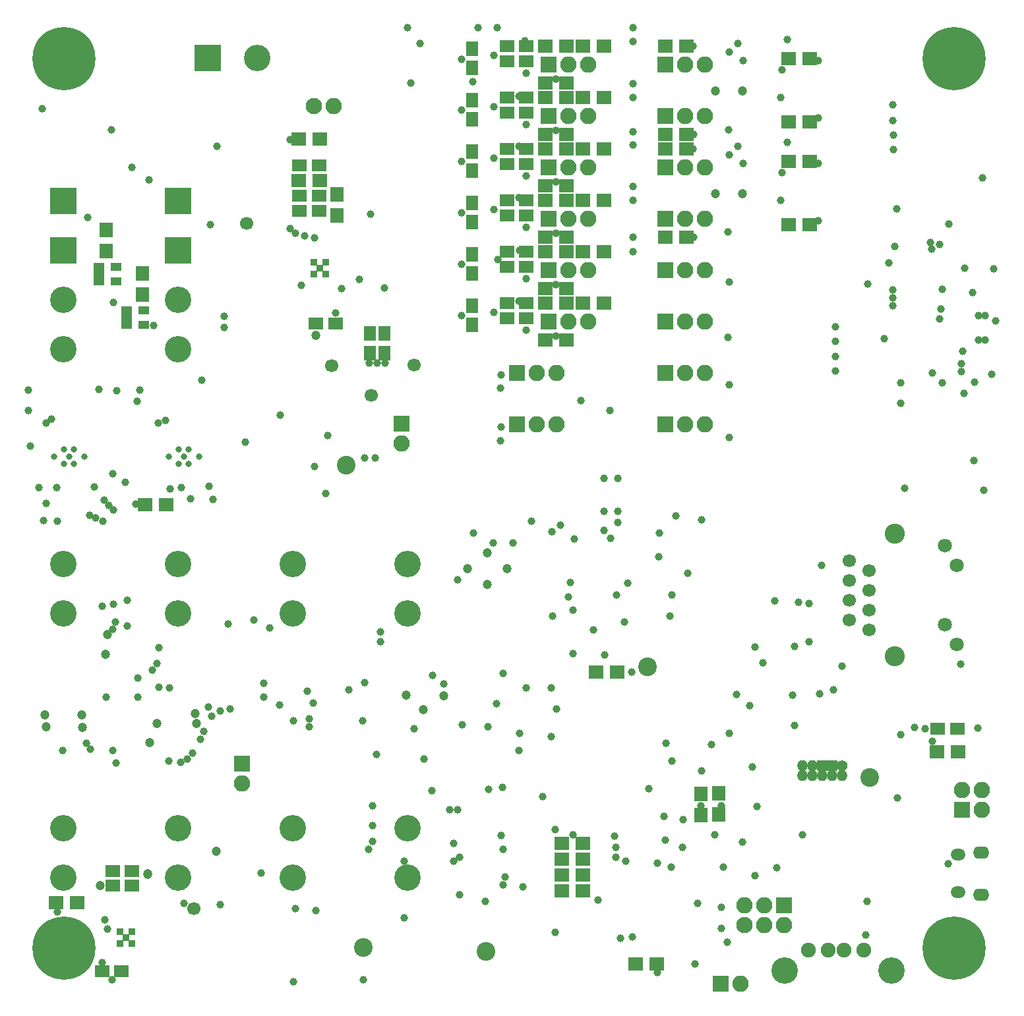
<source format=gbs>
G04 #@! TF.FileFunction,Soldermask,Bot*
%FSLAX46Y46*%
G04 Gerber Fmt 4.6, Leading zero omitted, Abs format (unit mm)*
G04 Created by KiCad (PCBNEW 4.0.7) date 07/20/18 20:43:08*
%MOMM*%
%LPD*%
G01*
G04 APERTURE LIST*
%ADD10C,0.100000*%
%ADD11C,3.400000*%
%ADD12R,2.100000X2.100000*%
%ADD13O,2.100000X2.100000*%
%ADD14R,1.900000X1.700000*%
%ADD15R,1.650000X1.900000*%
%ADD16R,1.900000X1.650000*%
%ADD17C,2.100000*%
%ADD18O,1.900000X1.500000*%
%ADD19O,2.100000X1.600000*%
%ADD20R,1.700000X1.900000*%
%ADD21R,0.900000X0.900000*%
%ADD22C,1.400000*%
%ADD23O,1.400000X1.400000*%
%ADD24R,1.400000X1.400000*%
%ADD25C,8.100000*%
%ADD26C,1.100000*%
%ADD27R,3.400000X3.400000*%
%ADD28C,0.800000*%
%ADD29C,1.700000*%
%ADD30C,2.584400*%
%ADD31C,1.808000*%
%ADD32C,1.901140*%
%ADD33C,3.399740*%
%ADD34R,1.460000X1.050000*%
%ADD35C,2.400000*%
%ADD36C,1.000000*%
%ADD37C,1.200000*%
G04 APERTURE END LIST*
D10*
D11*
X35770000Y-71325000D03*
X35770000Y-77675000D03*
X35770000Y-105295000D03*
X35770000Y-111645000D03*
D12*
X90683080Y-125227080D03*
D13*
X93223080Y-125227080D03*
D11*
X21040000Y-105295000D03*
X21040000Y-111645000D03*
D14*
X86250000Y-29300000D03*
X83550000Y-29300000D03*
X86250000Y-18000000D03*
X83550000Y-18000000D03*
X102150000Y-27700000D03*
X99450000Y-27700000D03*
X102150000Y-19600000D03*
X99450000Y-19600000D03*
D12*
X83560000Y-26950000D03*
D13*
X86100000Y-26950000D03*
X88640000Y-26950000D03*
D12*
X83560000Y-20350000D03*
D13*
X86100000Y-20350000D03*
X88640000Y-20350000D03*
D15*
X58770000Y-38090000D03*
X58770000Y-40590000D03*
X58770000Y-31490000D03*
X58770000Y-33990000D03*
X58770000Y-24890000D03*
X58770000Y-27390000D03*
X58770000Y-18290000D03*
X58770000Y-20790000D03*
D16*
X65720000Y-39740000D03*
X63220000Y-39740000D03*
X65720000Y-33140000D03*
X63220000Y-33140000D03*
X65720000Y-26540000D03*
X63220000Y-26540000D03*
X65720000Y-19940000D03*
X63220000Y-19940000D03*
X63220000Y-37800000D03*
X65720000Y-37800000D03*
X63220000Y-31200000D03*
X65720000Y-31200000D03*
X63220000Y-24600000D03*
X65720000Y-24600000D03*
X63220000Y-18000000D03*
X65720000Y-18000000D03*
D14*
X68140000Y-37800000D03*
X70840000Y-37800000D03*
X68140000Y-31200000D03*
X70840000Y-31200000D03*
X68140000Y-24600000D03*
X70840000Y-24600000D03*
X68140000Y-18000000D03*
X70840000Y-18000000D03*
X75690000Y-37800000D03*
X72990000Y-37800000D03*
X75690000Y-31200000D03*
X72990000Y-31200000D03*
X75690000Y-24600000D03*
X72990000Y-24600000D03*
X75690000Y-18000000D03*
X72990000Y-18000000D03*
X68140000Y-42500000D03*
X70840000Y-42500000D03*
X68140000Y-35900000D03*
X70840000Y-35900000D03*
X68140000Y-29300000D03*
X70840000Y-29300000D03*
X68140000Y-22700000D03*
X70840000Y-22700000D03*
D12*
X68590000Y-40150000D03*
D13*
X71130000Y-40150000D03*
X73670000Y-40150000D03*
D12*
X68590000Y-33550000D03*
D13*
X71130000Y-33550000D03*
X73670000Y-33550000D03*
D12*
X68590000Y-26950000D03*
D13*
X71130000Y-26950000D03*
X73670000Y-26950000D03*
D12*
X68590000Y-20350000D03*
D13*
X71130000Y-20350000D03*
X73670000Y-20350000D03*
D14*
X68140000Y-16100000D03*
X70840000Y-16100000D03*
D16*
X63220000Y-11400000D03*
X65720000Y-11400000D03*
X65720000Y-13340000D03*
X63220000Y-13340000D03*
D15*
X58770000Y-11690000D03*
X58770000Y-14190000D03*
D14*
X75690000Y-11400000D03*
X72990000Y-11400000D03*
X68140000Y-11400000D03*
X70840000Y-11400000D03*
D12*
X68590000Y-13750000D03*
D13*
X71130000Y-13750000D03*
X73670000Y-13750000D03*
D16*
X39100000Y-20100000D03*
X36600000Y-20100000D03*
X39100000Y-25950000D03*
X36600000Y-25950000D03*
X39100000Y-24000000D03*
X36600000Y-24000000D03*
X38725000Y-40375000D03*
X41225000Y-40375000D03*
D15*
X45602776Y-44207268D03*
X45602776Y-41707268D03*
X47502776Y-44207268D03*
X47502776Y-41707268D03*
D16*
X15118580Y-112625060D03*
X12618580Y-112625060D03*
X15118580Y-110725060D03*
X12618580Y-110725060D03*
X13750000Y-123650000D03*
X11250000Y-123650000D03*
X63220000Y-4800000D03*
X65720000Y-4800000D03*
X65720000Y-6740000D03*
X63220000Y-6740000D03*
D15*
X58770000Y-5090000D03*
X58770000Y-7590000D03*
D16*
X118550000Y-92450000D03*
X121050000Y-92450000D03*
D17*
X38410000Y-12450000D03*
D13*
X40950000Y-12450000D03*
D17*
X93726000Y-117729000D03*
D13*
X93726000Y-115189000D03*
X96266000Y-117729000D03*
X96266000Y-115189000D03*
X98806000Y-117729000D03*
D12*
X98806000Y-115189000D03*
D18*
X121150000Y-113500000D03*
X121150000Y-108660000D03*
D19*
X124150000Y-113810000D03*
X124150000Y-108350000D03*
D14*
X39200000Y-22050000D03*
X36500000Y-22050000D03*
X39200000Y-16675000D03*
X36500000Y-16675000D03*
D20*
X41375000Y-26475000D03*
X41375000Y-23775000D03*
D14*
X8040360Y-114848640D03*
X5340360Y-114848640D03*
X77423000Y-85217000D03*
X74723000Y-85217000D03*
X102150000Y-6400000D03*
X99450000Y-6400000D03*
X102150000Y-14500000D03*
X99450000Y-14500000D03*
X75690000Y-4800000D03*
X72990000Y-4800000D03*
X68140000Y-4800000D03*
X70840000Y-4800000D03*
X68140000Y-9500000D03*
X70840000Y-9500000D03*
X16750000Y-63650000D03*
X19450000Y-63650000D03*
X82503000Y-122682000D03*
X79803000Y-122682000D03*
D20*
X16440000Y-34000000D03*
X16440000Y-36700000D03*
X11790000Y-28380000D03*
X11790000Y-31080000D03*
D14*
X118450000Y-95400000D03*
X121150000Y-95400000D03*
D21*
X39200000Y-33275000D03*
X38450000Y-34025000D03*
X39950000Y-34025000D03*
X39950000Y-32525000D03*
X38450000Y-32525000D03*
X14325600Y-119331740D03*
X13575600Y-120081740D03*
X15075600Y-120081740D03*
X15075600Y-118581740D03*
X13575600Y-118581740D03*
D22*
X106290000Y-97230000D03*
D23*
X106290000Y-98500000D03*
D24*
X105020000Y-97230000D03*
D23*
X105020000Y-98500000D03*
D24*
X103750000Y-97230000D03*
D23*
X103750000Y-98500000D03*
X102480000Y-97230000D03*
X102480000Y-98500000D03*
X101210000Y-97230000D03*
X101210000Y-98500000D03*
D25*
X120650000Y-120650000D03*
D26*
X117850000Y-120650000D03*
X122629890Y-122629890D03*
X120650000Y-123450000D03*
X118670110Y-122629890D03*
X123450000Y-120650000D03*
X118670110Y-118670110D03*
X120650000Y-117850000D03*
X122629890Y-118670110D03*
D25*
X6350000Y-120650000D03*
D26*
X3550000Y-120650000D03*
X8329890Y-122629890D03*
X6350000Y-123450000D03*
X4370110Y-122629890D03*
X9150000Y-120650000D03*
X4370110Y-118670110D03*
X6350000Y-117850000D03*
X8329890Y-118670110D03*
D25*
X120650000Y-6350000D03*
D26*
X117850000Y-6350000D03*
X122629890Y-8329890D03*
X120650000Y-9150000D03*
X118670110Y-8329890D03*
X123450000Y-6350000D03*
X118670110Y-4370110D03*
X120650000Y-3550000D03*
X122629890Y-4370110D03*
D25*
X6350000Y-6350000D03*
D26*
X3550000Y-6350000D03*
X8329890Y-8329890D03*
X6350000Y-9150000D03*
X4370110Y-8329890D03*
X9150000Y-6350000D03*
X4370110Y-4370110D03*
X6350000Y-3550000D03*
X8329890Y-4370110D03*
D14*
X86250000Y-4800000D03*
X83550000Y-4800000D03*
X86250000Y-16100000D03*
X83550000Y-16100000D03*
D11*
X6310000Y-37375000D03*
D27*
X6310000Y-31025000D03*
D11*
X6310000Y-43725000D03*
D27*
X6310000Y-24675000D03*
D11*
X21040000Y-37375000D03*
D27*
X21040000Y-31025000D03*
D11*
X21040000Y-43725000D03*
D27*
X21040000Y-24675000D03*
D11*
X21040000Y-71325000D03*
X21040000Y-77675000D03*
X50500000Y-71325000D03*
X50500000Y-77675000D03*
X6310000Y-71325000D03*
X6310000Y-77675000D03*
X31175000Y-6310000D03*
D27*
X24825000Y-6310000D03*
D11*
X50500000Y-105295000D03*
X50500000Y-111645000D03*
X6310000Y-105295000D03*
X6310000Y-111645000D03*
D28*
X21730000Y-57515000D03*
X23680000Y-57515000D03*
X19780000Y-57515000D03*
X22380000Y-58415000D03*
X21080000Y-58415000D03*
X22380000Y-56615000D03*
X21080000Y-56615000D03*
X7000000Y-57515000D03*
X8950000Y-57515000D03*
X5050000Y-57515000D03*
X7650000Y-58415000D03*
X6350000Y-58415000D03*
X7650000Y-56615000D03*
X6350000Y-56615000D03*
D12*
X83560000Y-7150000D03*
D13*
X86100000Y-7150000D03*
X88640000Y-7150000D03*
D12*
X83560000Y-13750000D03*
D13*
X86100000Y-13750000D03*
X88640000Y-13750000D03*
D12*
X64490000Y-46750000D03*
D13*
X67030000Y-46750000D03*
X69570000Y-46750000D03*
D12*
X64490000Y-53350000D03*
D13*
X67030000Y-53350000D03*
X69570000Y-53350000D03*
D12*
X68590000Y-7150000D03*
D13*
X71130000Y-7150000D03*
X73670000Y-7150000D03*
D12*
X83560000Y-33550000D03*
D13*
X86100000Y-33550000D03*
X88640000Y-33550000D03*
D12*
X83560000Y-40150000D03*
D13*
X86100000Y-40150000D03*
X88640000Y-40150000D03*
D12*
X83560000Y-46750000D03*
D13*
X86100000Y-46750000D03*
X88640000Y-46750000D03*
D12*
X83560000Y-53350000D03*
D13*
X86100000Y-53350000D03*
X88640000Y-53350000D03*
D29*
X107211910Y-70855790D03*
X109751910Y-72125790D03*
X107211910Y-73395790D03*
X109751910Y-74665791D03*
X107211910Y-75935791D03*
X109751910Y-77205790D03*
X107211910Y-78475790D03*
X109751910Y-79745790D03*
D30*
X113051910Y-83175790D03*
X113051910Y-67425790D03*
D31*
X119480500Y-68974530D03*
X121000500Y-81624530D03*
X119480000Y-79086380D03*
X121000000Y-71516380D03*
D20*
X90424000Y-103458000D03*
X90424000Y-100758000D03*
X88138000Y-103585000D03*
X88138000Y-100885000D03*
D12*
X121660000Y-102850000D03*
D13*
X121660000Y-100310000D03*
X124200000Y-102850000D03*
X124200000Y-100310000D03*
D12*
X49750000Y-53250000D03*
D13*
X49750000Y-55790000D03*
D12*
X29184600Y-96941640D03*
D13*
X29184600Y-99481640D03*
D32*
X101980140Y-120901880D03*
X104520140Y-120901880D03*
X106552140Y-120901880D03*
X109092140Y-120901880D03*
D33*
X98932140Y-123568880D03*
X112648140Y-123568880D03*
D34*
X10843080Y-34991080D03*
X10843080Y-34041080D03*
X10843080Y-33091080D03*
X13043080Y-33091080D03*
X13043080Y-34991080D03*
X14399080Y-40579080D03*
X14399080Y-39629080D03*
X14399080Y-38679080D03*
X16599080Y-38679080D03*
X16599080Y-40579080D03*
D35*
X42600880Y-58602880D03*
X44836080Y-120578880D03*
X81285080Y-84536280D03*
X60584080Y-121086880D03*
X109783880Y-98734880D03*
D14*
X72983080Y-107193080D03*
X70283080Y-107193080D03*
X72983080Y-109225080D03*
X70283080Y-109225080D03*
X72983080Y-113289080D03*
X70283080Y-113289080D03*
X72983080Y-111257080D03*
X70283080Y-111257080D03*
D36*
X100150000Y-81900000D03*
X62097920Y-32171640D03*
X109347000Y-118999000D03*
X109474000Y-114681000D03*
X111709200Y-42316400D03*
X118821200Y-39776400D03*
X45720000Y-26352500D03*
X112903000Y-18034000D03*
X112903000Y-16192500D03*
X112776000Y-14287500D03*
X112776000Y-12319000D03*
X88265000Y-65659000D03*
X52578000Y-96393000D03*
X91821000Y-93027500D03*
X81470500Y-100203000D03*
X83566000Y-106743500D03*
X77089000Y-106299000D03*
D37*
X8763000Y-92329000D03*
X4064000Y-92202000D03*
X3937000Y-90678000D03*
X8636000Y-90678000D03*
D36*
X15875000Y-88392000D03*
X123698000Y-92392500D03*
X115570000Y-92329000D03*
X119126000Y-48006000D03*
D37*
X18288000Y-91757500D03*
X17335500Y-94234000D03*
X23177500Y-90487500D03*
X23368000Y-91757500D03*
D36*
X113284000Y-25654000D03*
X74342000Y-79756000D03*
X91757500Y-55054500D03*
X91821000Y-48260000D03*
X91630500Y-42164000D03*
X91757500Y-35052000D03*
X121539000Y-84201000D03*
X105156000Y-87503000D03*
X123190000Y-58039000D03*
X113792000Y-50673000D03*
X113030000Y-30480000D03*
X90805000Y-118110000D03*
X95123000Y-111379000D03*
X82550000Y-109728000D03*
X3556000Y-12827000D03*
X77465000Y-66000000D03*
X75692000Y-64516000D03*
X75692000Y-60325000D03*
X75692000Y-67000000D03*
X77470000Y-60325000D03*
X77465000Y-64500000D03*
X119925000Y-109800000D03*
D29*
X23000000Y-115600000D03*
D36*
X69469000Y-105410000D03*
X93472000Y-107061000D03*
X88265000Y-97917000D03*
X84455000Y-96647000D03*
X83693000Y-94361000D03*
X105460800Y-46502320D03*
X105460800Y-44597320D03*
X105460800Y-42692320D03*
X105460800Y-40787320D03*
X86487000Y-72517000D03*
X84201000Y-77978000D03*
X84455000Y-75311000D03*
X65676780Y-87200740D03*
X78740000Y-73787000D03*
X71120000Y-75565000D03*
X71755000Y-77216000D03*
X69088000Y-77978000D03*
X71374000Y-73660000D03*
X77297280Y-75316080D03*
X50007520Y-116758720D03*
X44761960Y-124747280D03*
X13159740Y-49004220D03*
X2032000Y-56134000D03*
X40248840Y-54792880D03*
X38557200Y-58755280D03*
X74904600Y-114498120D03*
X62628780Y-99982020D03*
X60845700Y-100241100D03*
X61917580Y-89258140D03*
X60822840Y-92181680D03*
D37*
X52539900Y-90030300D03*
X55135780Y-88201500D03*
X50327560Y-88193880D03*
D36*
X55166260Y-86700360D03*
X53675280Y-85577680D03*
X62738000Y-85344000D03*
D37*
X63246000Y-71882000D03*
X60706000Y-73914000D03*
X60706000Y-69850000D03*
D36*
X64008000Y-68580000D03*
X61468000Y-68580000D03*
X58928000Y-67310000D03*
X69004180Y-67119500D03*
X56875680Y-73319640D03*
X44980860Y-86586060D03*
X16060420Y-48978820D03*
X24033480Y-47701200D03*
X29603700Y-55618380D03*
X18506440Y-53195220D03*
X1778000Y-48966120D03*
X4091940Y-53213000D03*
X10835640Y-48905160D03*
X3766820Y-65758060D03*
X5514340Y-65836800D03*
X20030440Y-61625480D03*
X11805920Y-88412320D03*
X36068000Y-115570000D03*
X35814000Y-124968000D03*
X31668720Y-111023400D03*
X26408380Y-115051840D03*
X11300460Y-122527060D03*
X5509260Y-116037360D03*
X123291600Y-47955200D03*
X125500000Y-46900000D03*
X126000000Y-40050000D03*
X125750000Y-33400000D03*
X6150000Y-95300000D03*
X25000000Y-61350000D03*
X10250000Y-61400000D03*
X5400000Y-61450000D03*
X3150000Y-61500000D03*
X12650000Y-59700000D03*
X84900000Y-65100000D03*
X82700000Y-70400000D03*
X76565000Y-68000000D03*
X50900000Y-9500000D03*
X52100000Y-4400000D03*
X50500000Y-2400000D03*
X62400000Y-55500000D03*
X62500000Y-53700000D03*
X62400000Y-48700000D03*
X62500000Y-47000000D03*
X93600000Y-19800000D03*
X98400000Y-24600000D03*
X98600000Y-21000000D03*
X98400000Y-11400000D03*
X98600000Y-7800000D03*
X93600000Y-6600000D03*
X61600000Y-38950000D03*
X61600000Y-25750000D03*
X61600000Y-19150000D03*
X61600000Y-12550000D03*
X61600000Y-5950000D03*
X44255000Y-34725000D03*
X47480000Y-35850000D03*
D37*
X58166000Y-71882000D03*
D36*
X15557500Y-63627000D03*
D29*
X29825000Y-27550000D03*
D36*
X90805000Y-102362000D03*
X88138000Y-102362000D03*
X82550000Y-123825000D03*
X40005000Y-62230000D03*
X42926000Y-87503000D03*
X91059000Y-110236000D03*
X71755000Y-106108500D03*
X101219000Y-106108500D03*
X92710000Y-88074500D03*
X113792000Y-93218000D03*
X100139500Y-92075000D03*
X94424500Y-89471500D03*
X60452000Y-114681000D03*
X89916000Y-106100000D03*
X90805000Y-115443000D03*
X57531000Y-91948000D03*
X4064000Y-63500000D03*
X14224000Y-60833000D03*
X57150000Y-113792000D03*
X41225000Y-39075000D03*
X15875000Y-85915500D03*
X13081000Y-96901000D03*
X15049500Y-20320000D03*
X17272000Y-21907500D03*
D29*
X51308000Y-45720000D03*
D36*
X72771000Y-50292000D03*
D29*
X40767000Y-45847000D03*
X45847000Y-49657000D03*
D36*
X46550000Y-45500000D03*
X47600000Y-45500000D03*
X45600000Y-45500000D03*
X34099500Y-52133500D03*
X12532360Y-124752100D03*
X68961000Y-93472000D03*
X89535000Y-94488000D03*
X53594000Y-100457000D03*
X38735000Y-115824000D03*
X51308000Y-92456000D03*
X67818000Y-101219000D03*
X68961000Y-87249000D03*
X58877200Y-9347200D03*
X66421000Y-65786000D03*
X76454000Y-51562000D03*
X97917000Y-110363000D03*
X82804000Y-67310000D03*
X71882000Y-68072000D03*
X70104000Y-66294000D03*
D37*
X90000000Y-23700000D03*
X93500000Y-23700000D03*
X90000000Y-10500000D03*
X93500000Y-10500000D03*
D36*
X57430000Y-39410000D03*
X57430000Y-32810000D03*
X57430000Y-26210000D03*
X57430000Y-19610000D03*
X57430000Y-13010000D03*
X57430000Y-6410000D03*
X65560000Y-4100000D03*
X65700000Y-8210000D03*
X64800000Y-11200000D03*
X65700000Y-14810000D03*
X15748000Y-50419000D03*
X17886680Y-40645080D03*
X12700000Y-37719000D03*
X1778000Y-51562000D03*
X64800000Y-24200000D03*
X65700000Y-28010000D03*
X64900000Y-31000000D03*
X65700000Y-34610000D03*
X64800000Y-37500000D03*
X65700000Y-41210000D03*
X35400000Y-16800000D03*
D37*
X11684000Y-82931000D03*
D36*
X55885080Y-102875080D03*
X65283080Y-112781080D03*
X9658413Y-65041587D03*
X11490000Y-63100000D03*
X79375000Y-119253000D03*
X19812000Y-96647000D03*
X21336000Y-96774000D03*
X22225000Y-96393000D03*
X22860000Y-95631000D03*
D37*
X11938000Y-80391000D03*
X10985500Y-112585500D03*
X25908000Y-108204000D03*
D36*
X71755000Y-82804000D03*
X69596000Y-89916000D03*
X78359000Y-78740000D03*
X75798680Y-83012280D03*
X87100000Y-4800000D03*
X87200000Y-16100000D03*
X87100000Y-18000000D03*
X87200000Y-29300000D03*
X19431000Y-52832000D03*
X4725000Y-52670040D03*
X79400000Y-31200000D03*
X79400000Y-29300000D03*
X79400000Y-24600000D03*
X79400000Y-22800000D03*
X79400000Y-17500000D03*
X79400000Y-15800000D03*
X79400000Y-11400000D03*
X79400000Y-9600000D03*
X79400000Y-4200000D03*
X79400000Y-2400000D03*
X62000000Y-2400000D03*
X59500000Y-2400000D03*
X9779000Y-95123000D03*
X19939000Y-87249000D03*
X37250000Y-29175010D03*
X35425000Y-28250000D03*
D37*
X38700000Y-41925000D03*
D36*
X36100000Y-28825000D03*
X38550000Y-29375000D03*
X41990000Y-35890000D03*
X36875000Y-35500000D03*
X117856000Y-46736000D03*
X113792000Y-48006000D03*
X106235500Y-84391500D03*
X96139000Y-84010500D03*
X95059500Y-81978500D03*
X121729500Y-43942000D03*
X121602500Y-45593000D03*
X123000000Y-36400000D03*
X103378000Y-88011000D03*
X99949000Y-88138000D03*
X103632000Y-71501000D03*
X124333000Y-21717000D03*
X102000000Y-76350000D03*
X102050000Y-81300000D03*
X123802342Y-39422255D03*
X123800000Y-42550000D03*
X124646995Y-39414277D03*
X124650000Y-42550000D03*
X112800000Y-36100000D03*
X117600000Y-29950000D03*
X117800000Y-30850000D03*
X112800000Y-37100000D03*
X118825000Y-30250000D03*
X112800000Y-38100000D03*
X119150000Y-36000000D03*
X120000000Y-27600000D03*
X122047000Y-33274000D03*
X118999000Y-38544500D03*
X11255080Y-76705080D03*
X12642249Y-79691000D03*
X17730080Y-84905080D03*
X25297458Y-90887702D03*
X30739080Y-78491080D03*
X62997080Y-111511080D03*
X77851000Y-119380000D03*
X10440000Y-65400000D03*
X12120000Y-63730000D03*
X25527000Y-62992000D03*
X22650000Y-62900000D03*
X12740000Y-64350000D03*
X11320000Y-65780000D03*
X21400000Y-61490000D03*
X100711000Y-76200000D03*
X97649998Y-76073000D03*
X121600000Y-46600000D03*
X121950000Y-49400000D03*
X85742780Y-107751880D03*
X116967000Y-92456000D03*
X94742000Y-97409000D03*
X79248000Y-85217000D03*
X99249990Y-3949990D03*
X92900000Y-4400000D03*
X91800000Y-5500000D03*
X91694000Y-15494000D03*
X92900000Y-17600000D03*
X99249990Y-17149990D03*
X91800000Y-18700000D03*
X91643200Y-28600400D03*
X69510000Y-8950000D03*
X69490000Y-15570000D03*
X69490000Y-28770000D03*
X69490000Y-35370000D03*
X69490000Y-41970000D03*
X117856000Y-94107000D03*
X87757000Y-114935000D03*
X95377000Y-102489000D03*
X77221080Y-107701080D03*
X64800000Y-17600000D03*
X65700000Y-21410000D03*
X69490000Y-22170000D03*
X103200000Y-6600000D03*
X103200000Y-14000000D03*
X103200000Y-19800000D03*
X103200000Y-27200000D03*
X124450000Y-61800000D03*
X114350000Y-61600000D03*
X64825880Y-93070680D03*
X64820800Y-95285560D03*
X12705080Y-76459080D03*
X12959080Y-78745080D03*
X18293080Y-84079080D03*
X26421080Y-90175080D03*
X45471080Y-107955080D03*
X62743080Y-107955080D03*
X62489080Y-106177080D03*
X45979080Y-106939080D03*
X27691080Y-89921080D03*
X14483080Y-75951080D03*
X14483080Y-79253080D03*
X18547080Y-82047080D03*
X87376000Y-122682000D03*
X91567000Y-119888000D03*
D37*
X17081500Y-111125000D03*
X17081500Y-111188500D03*
D36*
X11600180Y-117043200D03*
X21760180Y-114909600D03*
X11940540Y-118201440D03*
X113365280Y-101351080D03*
X112268000Y-32639000D03*
X109601000Y-35306000D03*
X24892000Y-89662000D03*
X9271000Y-94361000D03*
X18542000Y-87122000D03*
X27437080Y-78999080D03*
X32771080Y-79507080D03*
X44709080Y-91445080D03*
X56901080Y-102875080D03*
X69469000Y-118618000D03*
X46487080Y-95763080D03*
X62743080Y-112527080D03*
X23876000Y-93853000D03*
X26924000Y-39497000D03*
X46355000Y-57658000D03*
X46990000Y-80010000D03*
X26035000Y-17653000D03*
X12446000Y-15494000D03*
X85852000Y-104140000D03*
X25146000Y-27686000D03*
X9398000Y-26797000D03*
X46990000Y-81280000D03*
X44958000Y-57658000D03*
X26924000Y-40894000D03*
X83439000Y-103759000D03*
X32009080Y-88397080D03*
X38359080Y-89159080D03*
X56393080Y-107193080D03*
X24277320Y-92847160D03*
X12621260Y-95239840D03*
X57155080Y-108971080D03*
X32009080Y-86619080D03*
X37597080Y-87635080D03*
X45979080Y-102367080D03*
X37851080Y-92207080D03*
X35819080Y-91445080D03*
X45979080Y-104907080D03*
X50043080Y-109479080D03*
X56393080Y-109479080D03*
X37851080Y-91191080D03*
X34041080Y-89413080D03*
X77221080Y-108971080D03*
X84333080Y-110241080D03*
X78491080Y-109479080D03*
M02*

</source>
